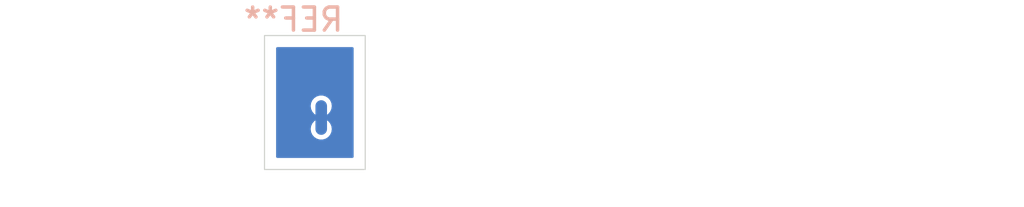
<source format=kicad_pcb>
(kicad_pcb (version 20221018) (generator pcbnew)
  (layers (0 "F.Cu" signal) (31 "B.Cu" signal) (34 "B.Paste" user) (35 "F.Paste" user) (36 "B.SilkS" user "B.Silkscreen") (37 "F.SilkS" user "F.Silkscreen") (38 "B.Mask" user) (39 "F.Mask" user) (44 "Edge.Cuts" user))
  (net 0 "")
  (net 1 "Test1")
  (net 2 "Test2")
  (net 3 "Test3")
  (footprint "Connector_Wire:SolderWirePad_1x01_SMD_1x2mm" (layer "B.Cu") (at 154.15 84.05 180)
    (fp_text reference "REF**" (at 0 2.54) (layer "B.SilkS") (effects (justify mirror)))
    (fp_text value "SolderWirePad_1x01_SMD_1x2mm")
    (pad "1" smd roundrect (at 0 0 180) (size 1 2) (layers "B.Cu" "B.Paste" "B.Mask") (net 3 "Test3"))
  )
  (footprint "NetTie:NetTie-2_SMD_Pad0.5mm" (layer "B.Cu") (at 155.35 85.75 -90)
    (fp_text reference "NT2" hide)
    (fp_text value "Net-Tie_2")
    (fp_poly (pts (xy -0.5 0.25) (xy 0.5 0.25) (xy 0.5 -0.25) (xy -0.5 -0.25)) (fill solid) (layer "B.Cu"))
    (pad "1" smd circle (at -0.5 0 270) (size 0.5 0.5) (layers "B.Cu") (net 1 "Test1"))
    (pad "2" smd circle (at 0.5 0 270) (size 0.5 0.5) (layers "B.Cu") (net 2 "Test2"))
  )
  (gr_rect (start 152.9 82.2) (end 157.25 88) (stroke (width 0.05)) (fill none) (layer "Edge.Cuts"))
  (zone (net 3) (net_name "Test3") (layer "B.Cu") (connect_pads yes (clearance 0.01)) (min_thickness 0.1) (fill yes (thermal_gap 0.5) (thermal_bridge_width 0.5))
    (polygon (pts (xy 157.4 82.05) (xy 157.4 88.1) (xy 152.7 88.1) (xy 152.7 82.05)))
  )
)
</source>
